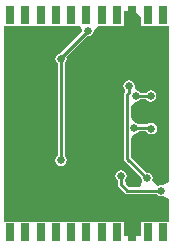
<source format=gbl>
G04*
G04 #@! TF.GenerationSoftware,Altium Limited,Altium Designer,20.0.2 (26)*
G04*
G04 Layer_Physical_Order=2*
G04 Layer_Color=16711680*
%FSLAX25Y25*%
%MOIN*%
G70*
G01*
G75*
%ADD12C,0.01000*%
%ADD21C,0.02520*%
%ADD22R,0.03150X0.05906*%
G36*
X46111Y73315D02*
Y70502D01*
X50460D01*
Y70502D01*
X51204D01*
Y70502D01*
X55354D01*
Y18244D01*
X53505Y17276D01*
X53386Y17283D01*
X52756Y17408D01*
X52030Y17264D01*
X51888Y17169D01*
X51182Y17419D01*
X49858Y18870D01*
X50003Y19595D01*
X49858Y20321D01*
X49447Y20936D01*
X48832Y21348D01*
X48106Y21492D01*
X47848Y21440D01*
X42659Y26629D01*
Y32821D01*
X43898Y34521D01*
X44623Y34665D01*
X45239Y35076D01*
X45385Y35296D01*
X47922D01*
X48226Y34840D01*
X48841Y34429D01*
X49567Y34285D01*
X50293Y34429D01*
X50908Y34840D01*
X51319Y35455D01*
X51463Y36181D01*
X51319Y36907D01*
X50908Y37522D01*
X50293Y37933D01*
X49567Y38077D01*
X48841Y37933D01*
X48251Y37539D01*
X45385D01*
X45239Y37758D01*
X44623Y38169D01*
X43898Y38314D01*
X42659Y40014D01*
Y43621D01*
X42755Y43798D01*
X44291Y45151D01*
X45017Y45295D01*
X45632Y45706D01*
X45779Y45926D01*
X47778D01*
X47951Y45667D01*
X48566Y45256D01*
X49291Y45112D01*
X50017Y45256D01*
X50632Y45667D01*
X51043Y46282D01*
X51188Y47008D01*
X51043Y47734D01*
X50632Y48349D01*
X50017Y48760D01*
X49291Y48904D01*
X48566Y48760D01*
X47951Y48349D01*
X47830Y48169D01*
X45779D01*
X45632Y48388D01*
X45017Y48799D01*
X44183Y49394D01*
X43944Y50394D01*
X43799Y51119D01*
X43388Y51735D01*
X42773Y52146D01*
X42047Y52290D01*
X41322Y52146D01*
X40706Y51735D01*
X40295Y51119D01*
X40151Y50394D01*
X40295Y49668D01*
X40706Y49053D01*
X40745Y48424D01*
X40502Y48060D01*
X40416Y47631D01*
X40416Y47631D01*
Y26164D01*
X40416Y26164D01*
X40502Y25735D01*
X40745Y25371D01*
X46262Y19854D01*
X46210Y19595D01*
X46354Y18870D01*
X46533Y18602D01*
X46136Y17331D01*
X45662Y16633D01*
X41995D01*
X41442Y17186D01*
X40790Y19013D01*
X41201Y19629D01*
X41345Y20354D01*
X41201Y21080D01*
X40790Y21695D01*
X40174Y22106D01*
X39449Y22251D01*
X38723Y22106D01*
X38108Y21695D01*
X37697Y21080D01*
X37552Y20354D01*
X37697Y19629D01*
X38108Y19013D01*
X38327Y18867D01*
Y17594D01*
X38327Y17594D01*
X38413Y17165D01*
X38656Y16801D01*
X40738Y14719D01*
X40738Y14719D01*
X41102Y14476D01*
X41531Y14390D01*
X51269D01*
X51415Y14171D01*
X52030Y13760D01*
X52756Y13615D01*
X53386Y13741D01*
X53505Y13748D01*
X55354Y12779D01*
Y5167D01*
X51204D01*
Y5167D01*
X50459D01*
Y5167D01*
X46109D01*
Y647D01*
X46066Y433D01*
X40313D01*
X40270Y647D01*
Y5167D01*
X35921D01*
Y5167D01*
X35177D01*
Y5167D01*
X30827D01*
Y5167D01*
X30083D01*
Y5167D01*
X25734D01*
Y5167D01*
X24990D01*
Y5167D01*
X20640D01*
Y5167D01*
X19896D01*
Y5167D01*
X15547D01*
Y5167D01*
X14803D01*
Y5167D01*
X10453D01*
Y5167D01*
X9709D01*
Y5167D01*
X5360D01*
Y5167D01*
X4616D01*
Y5167D01*
X472D01*
Y70502D01*
X4616D01*
Y70502D01*
X5361D01*
Y70502D01*
X9711D01*
Y70502D01*
X10456D01*
Y70502D01*
X14806D01*
Y70502D01*
X15550D01*
Y70502D01*
X19899D01*
Y70502D01*
X20643D01*
Y70502D01*
X24993D01*
Y70502D01*
X25737D01*
X26575Y68919D01*
X26593Y68534D01*
X19335Y61275D01*
X18763Y61161D01*
X18147Y60750D01*
X17736Y60135D01*
X17592Y59409D01*
X17736Y58684D01*
X18147Y58069D01*
X18367Y57922D01*
Y27039D01*
X18147Y26892D01*
X17736Y26277D01*
X17592Y25551D01*
X17736Y24825D01*
X18147Y24210D01*
X18763Y23799D01*
X19488Y23655D01*
X20214Y23799D01*
X20829Y24210D01*
X21240Y24825D01*
X21384Y25551D01*
X21240Y26277D01*
X20829Y26892D01*
X20610Y27039D01*
Y57922D01*
X20829Y58069D01*
X21240Y58684D01*
X21384Y59409D01*
X21261Y60029D01*
X28245Y67014D01*
X28504Y66962D01*
X29230Y67106D01*
X29845Y67517D01*
X30256Y68133D01*
X30373Y68723D01*
X30411Y68871D01*
X31740Y70399D01*
X31927Y70502D01*
X35180D01*
Y70502D01*
X35924D01*
Y70502D01*
X40273D01*
Y75022D01*
X40316Y75236D01*
X40339Y75265D01*
X44244Y75268D01*
X46111Y73315D01*
D02*
G37*
D12*
X49331Y36417D02*
X49567Y36181D01*
X43898Y36417D02*
X49331D01*
X41538Y47631D02*
X42047Y48140D01*
X41538Y26164D02*
X48106Y19595D01*
X41538Y26164D02*
Y47631D01*
X42047Y48140D02*
Y50394D01*
X41531Y15512D02*
X52756D01*
X39449Y17594D02*
X41531Y15512D01*
X39449Y17594D02*
Y20354D01*
X44291Y47047D02*
X49252D01*
X49291Y47008D01*
X25379Y60787D02*
X33898D01*
X19488Y25551D02*
Y59409D01*
Y59842D02*
X28504Y68858D01*
X19488Y59409D02*
Y59842D01*
X10236Y34724D02*
Y65905D01*
X10098Y34587D02*
X10236Y34724D01*
X33898Y60787D02*
X40945Y67835D01*
D21*
X49567Y36181D02*
D03*
X43898Y36417D02*
D03*
X42047Y50394D02*
D03*
X52756Y15512D02*
D03*
X39449Y20354D02*
D03*
X48106Y19595D02*
D03*
X44291Y47047D02*
D03*
X49291Y47008D02*
D03*
X25379Y60787D02*
D03*
X19488Y59409D02*
D03*
X10098Y34587D02*
D03*
X10236Y65905D02*
D03*
X19488Y25551D02*
D03*
X28504Y68858D02*
D03*
X40945Y67835D02*
D03*
D22*
X53379Y74055D02*
D03*
X48285D02*
D03*
X17724D02*
D03*
X22818D02*
D03*
X27911D02*
D03*
X33005D02*
D03*
X38098D02*
D03*
X43192D02*
D03*
X12631D02*
D03*
X2441D02*
D03*
X7536D02*
D03*
X2441Y1614D02*
D03*
X7534D02*
D03*
X38095D02*
D03*
X33002D02*
D03*
X27908D02*
D03*
X22815D02*
D03*
X17721D02*
D03*
X12628D02*
D03*
X43189D02*
D03*
X53379D02*
D03*
X48284D02*
D03*
M02*

</source>
